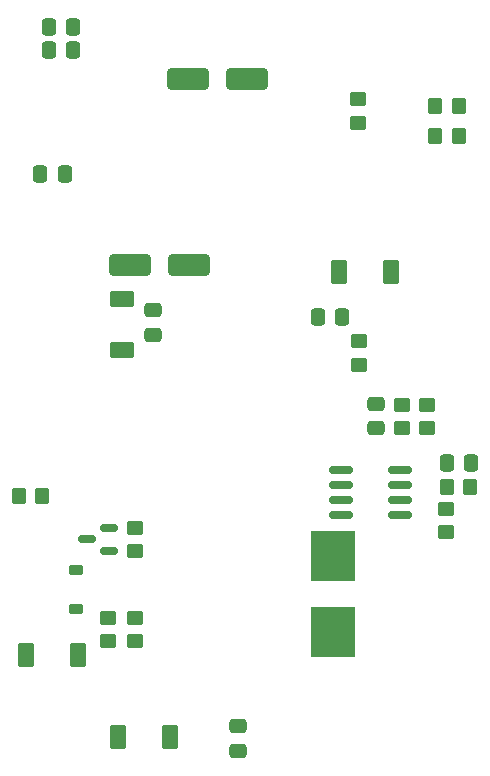
<source format=gbr>
%TF.GenerationSoftware,KiCad,Pcbnew,8.0.2*%
%TF.CreationDate,2024-08-19T20:28:07+02:00*%
%TF.ProjectId,TwinkleTron,5477696e-6b6c-4655-9472-6f6e2e6b6963,rev?*%
%TF.SameCoordinates,Original*%
%TF.FileFunction,Paste,Bot*%
%TF.FilePolarity,Positive*%
%FSLAX46Y46*%
G04 Gerber Fmt 4.6, Leading zero omitted, Abs format (unit mm)*
G04 Created by KiCad (PCBNEW 8.0.2) date 2024-08-19 20:28:07*
%MOMM*%
%LPD*%
G01*
G04 APERTURE LIST*
G04 Aperture macros list*
%AMRoundRect*
0 Rectangle with rounded corners*
0 $1 Rounding radius*
0 $2 $3 $4 $5 $6 $7 $8 $9 X,Y pos of 4 corners*
0 Add a 4 corners polygon primitive as box body*
4,1,4,$2,$3,$4,$5,$6,$7,$8,$9,$2,$3,0*
0 Add four circle primitives for the rounded corners*
1,1,$1+$1,$2,$3*
1,1,$1+$1,$4,$5*
1,1,$1+$1,$6,$7*
1,1,$1+$1,$8,$9*
0 Add four rect primitives between the rounded corners*
20,1,$1+$1,$2,$3,$4,$5,0*
20,1,$1+$1,$4,$5,$6,$7,0*
20,1,$1+$1,$6,$7,$8,$9,0*
20,1,$1+$1,$8,$9,$2,$3,0*%
G04 Aperture macros list end*
%ADD10RoundRect,0.250000X-0.475000X0.337500X-0.475000X-0.337500X0.475000X-0.337500X0.475000X0.337500X0*%
%ADD11RoundRect,0.250000X-0.800000X0.450000X-0.800000X-0.450000X0.800000X-0.450000X0.800000X0.450000X0*%
%ADD12RoundRect,0.250000X0.450000X0.800000X-0.450000X0.800000X-0.450000X-0.800000X0.450000X-0.800000X0*%
%ADD13RoundRect,0.250000X-1.500000X-0.650000X1.500000X-0.650000X1.500000X0.650000X-1.500000X0.650000X0*%
%ADD14RoundRect,0.250000X0.450000X-0.350000X0.450000X0.350000X-0.450000X0.350000X-0.450000X-0.350000X0*%
%ADD15RoundRect,0.225000X0.375000X-0.225000X0.375000X0.225000X-0.375000X0.225000X-0.375000X-0.225000X0*%
%ADD16RoundRect,0.250000X-0.337500X-0.475000X0.337500X-0.475000X0.337500X0.475000X-0.337500X0.475000X0*%
%ADD17RoundRect,0.150000X-0.825000X-0.150000X0.825000X-0.150000X0.825000X0.150000X-0.825000X0.150000X0*%
%ADD18RoundRect,0.250000X0.350000X0.450000X-0.350000X0.450000X-0.350000X-0.450000X0.350000X-0.450000X0*%
%ADD19RoundRect,0.250000X-0.450000X0.350000X-0.450000X-0.350000X0.450000X-0.350000X0.450000X0.350000X0*%
%ADD20RoundRect,0.250000X-0.350000X-0.450000X0.350000X-0.450000X0.350000X0.450000X-0.350000X0.450000X0*%
%ADD21RoundRect,0.150000X0.587500X0.150000X-0.587500X0.150000X-0.587500X-0.150000X0.587500X-0.150000X0*%
%ADD22R,3.810000X4.240000*%
%ADD23RoundRect,0.250000X0.337500X0.475000X-0.337500X0.475000X-0.337500X-0.475000X0.337500X-0.475000X0*%
%ADD24RoundRect,0.250000X-0.450000X-0.800000X0.450000X-0.800000X0.450000X0.800000X-0.450000X0.800000X0*%
G04 APERTURE END LIST*
D10*
%TO.C,C17*%
X169507500Y-77725000D03*
X169507500Y-79800000D03*
%TD*%
D11*
%TO.C,D4*%
X148070000Y-68800000D03*
X148070000Y-73200000D03*
%TD*%
D12*
%TO.C,D9*%
X144300000Y-99000000D03*
X139900000Y-99000000D03*
%TD*%
D13*
%TO.C,D7*%
X148700000Y-66000000D03*
X153700000Y-66000000D03*
%TD*%
D14*
%TO.C,R12*%
X175500000Y-88600000D03*
X175500000Y-86600000D03*
%TD*%
%TO.C,R15*%
X173837500Y-79800000D03*
X173837500Y-77800000D03*
%TD*%
D12*
%TO.C,D6*%
X170787500Y-66520000D03*
X166387500Y-66520000D03*
%TD*%
D15*
%TO.C,D3*%
X144130000Y-95090000D03*
X144130000Y-91790000D03*
%TD*%
D16*
%TO.C,C1*%
X141825000Y-45800000D03*
X143900000Y-45800000D03*
%TD*%
D14*
%TO.C,R8*%
X168000000Y-53900000D03*
X168000000Y-51900000D03*
%TD*%
D17*
%TO.C,U4*%
X166600000Y-87110000D03*
X166600000Y-85840000D03*
X166600000Y-84570000D03*
X166600000Y-83300000D03*
X171550000Y-83300000D03*
X171550000Y-84570000D03*
X171550000Y-85840000D03*
X171550000Y-87110000D03*
%TD*%
D18*
%TO.C,R10-O1*%
X141300000Y-85500000D03*
X139300000Y-85500000D03*
%TD*%
D19*
%TO.C,R16*%
X171707500Y-77800000D03*
X171707500Y-79800000D03*
%TD*%
D16*
%TO.C,C16*%
X175525000Y-82700000D03*
X177600000Y-82700000D03*
%TD*%
D20*
%TO.C,R13*%
X175525000Y-84800000D03*
X177525000Y-84800000D03*
%TD*%
D21*
%TO.C,Q1*%
X146937500Y-88250000D03*
X146937500Y-90150000D03*
X145062500Y-89200000D03*
%TD*%
D10*
%TO.C,C8*%
X150670000Y-69800000D03*
X150670000Y-71875000D03*
%TD*%
D14*
%TO.C,R5*%
X149120000Y-97830000D03*
X149120000Y-95830000D03*
%TD*%
D22*
%TO.C,F1*%
X165937500Y-97000000D03*
X165937500Y-90630000D03*
%TD*%
D19*
%TO.C,R12-O1*%
X168100000Y-72400000D03*
X168100000Y-74400000D03*
%TD*%
D18*
%TO.C,R2*%
X176540000Y-55050000D03*
X174540000Y-55050000D03*
%TD*%
D16*
%TO.C,C10*%
X141115000Y-58250000D03*
X143190000Y-58250000D03*
%TD*%
D19*
%TO.C,R9*%
X149100000Y-88200000D03*
X149100000Y-90200000D03*
%TD*%
D10*
%TO.C,C12*%
X157837500Y-105000000D03*
X157837500Y-107075000D03*
%TD*%
D18*
%TO.C,R10*%
X176580000Y-52520000D03*
X174580000Y-52520000D03*
%TD*%
D13*
%TO.C,D8*%
X153600000Y-50200000D03*
X158600000Y-50200000D03*
%TD*%
D19*
%TO.C,R4*%
X146820000Y-95840000D03*
X146820000Y-97840000D03*
%TD*%
D23*
%TO.C,C13-O1*%
X166675000Y-70400000D03*
X164600000Y-70400000D03*
%TD*%
D24*
%TO.C,D10*%
X147700000Y-105900000D03*
X152100000Y-105900000D03*
%TD*%
D16*
%TO.C,C2*%
X141825000Y-47800000D03*
X143900000Y-47800000D03*
%TD*%
M02*

</source>
